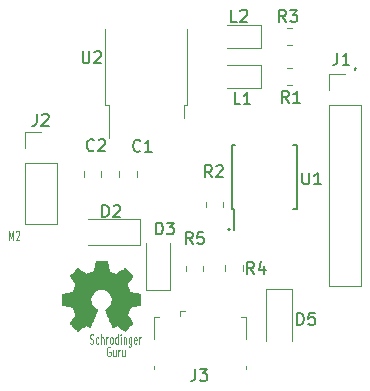
<source format=gbr>
%TF.GenerationSoftware,KiCad,Pcbnew,8.0.6*%
%TF.CreationDate,2024-12-07T20:30:00+01:00*%
%TF.ProjectId,circular PCB,63697263-756c-4617-9220-5043422e6b69,rev?*%
%TF.SameCoordinates,Original*%
%TF.FileFunction,Legend,Top*%
%TF.FilePolarity,Positive*%
%FSLAX46Y46*%
G04 Gerber Fmt 4.6, Leading zero omitted, Abs format (unit mm)*
G04 Created by KiCad (PCBNEW 8.0.6) date 2024-12-07 20:30:00*
%MOMM*%
%LPD*%
G01*
G04 APERTURE LIST*
%ADD10C,0.200000*%
%ADD11C,0.080000*%
%ADD12C,0.100000*%
%ADD13C,0.150000*%
%ADD14C,0.120000*%
%ADD15C,0.010000*%
G04 APERTURE END LIST*
D10*
X205063720Y-57888171D02*
X205135149Y-57959600D01*
X205135149Y-57959600D02*
X205063720Y-58031028D01*
X205063720Y-58031028D02*
X204992292Y-57959600D01*
X204992292Y-57959600D02*
X205063720Y-57888171D01*
X205063720Y-57888171D02*
X205063720Y-58031028D01*
D11*
X182597869Y-81184840D02*
X182669297Y-81222935D01*
X182669297Y-81222935D02*
X182788345Y-81222935D01*
X182788345Y-81222935D02*
X182835964Y-81184840D01*
X182835964Y-81184840D02*
X182859773Y-81146744D01*
X182859773Y-81146744D02*
X182883583Y-81070554D01*
X182883583Y-81070554D02*
X182883583Y-80994363D01*
X182883583Y-80994363D02*
X182859773Y-80918173D01*
X182859773Y-80918173D02*
X182835964Y-80880078D01*
X182835964Y-80880078D02*
X182788345Y-80841982D01*
X182788345Y-80841982D02*
X182693107Y-80803887D01*
X182693107Y-80803887D02*
X182645488Y-80765792D01*
X182645488Y-80765792D02*
X182621678Y-80727697D01*
X182621678Y-80727697D02*
X182597869Y-80651506D01*
X182597869Y-80651506D02*
X182597869Y-80575316D01*
X182597869Y-80575316D02*
X182621678Y-80499125D01*
X182621678Y-80499125D02*
X182645488Y-80461030D01*
X182645488Y-80461030D02*
X182693107Y-80422935D01*
X182693107Y-80422935D02*
X182812154Y-80422935D01*
X182812154Y-80422935D02*
X182883583Y-80461030D01*
X183312154Y-81184840D02*
X183264535Y-81222935D01*
X183264535Y-81222935D02*
X183169297Y-81222935D01*
X183169297Y-81222935D02*
X183121678Y-81184840D01*
X183121678Y-81184840D02*
X183097868Y-81146744D01*
X183097868Y-81146744D02*
X183074059Y-81070554D01*
X183074059Y-81070554D02*
X183074059Y-80841982D01*
X183074059Y-80841982D02*
X183097868Y-80765792D01*
X183097868Y-80765792D02*
X183121678Y-80727697D01*
X183121678Y-80727697D02*
X183169297Y-80689601D01*
X183169297Y-80689601D02*
X183264535Y-80689601D01*
X183264535Y-80689601D02*
X183312154Y-80727697D01*
X183526439Y-81222935D02*
X183526439Y-80422935D01*
X183740725Y-81222935D02*
X183740725Y-80803887D01*
X183740725Y-80803887D02*
X183716915Y-80727697D01*
X183716915Y-80727697D02*
X183669296Y-80689601D01*
X183669296Y-80689601D02*
X183597868Y-80689601D01*
X183597868Y-80689601D02*
X183550249Y-80727697D01*
X183550249Y-80727697D02*
X183526439Y-80765792D01*
X183978820Y-81222935D02*
X183978820Y-80689601D01*
X183978820Y-80841982D02*
X184002630Y-80765792D01*
X184002630Y-80765792D02*
X184026439Y-80727697D01*
X184026439Y-80727697D02*
X184074058Y-80689601D01*
X184074058Y-80689601D02*
X184121677Y-80689601D01*
X184359773Y-81222935D02*
X184312154Y-81184840D01*
X184312154Y-81184840D02*
X184288344Y-81146744D01*
X184288344Y-81146744D02*
X184264535Y-81070554D01*
X184264535Y-81070554D02*
X184264535Y-80841982D01*
X184264535Y-80841982D02*
X184288344Y-80765792D01*
X184288344Y-80765792D02*
X184312154Y-80727697D01*
X184312154Y-80727697D02*
X184359773Y-80689601D01*
X184359773Y-80689601D02*
X184431201Y-80689601D01*
X184431201Y-80689601D02*
X184478820Y-80727697D01*
X184478820Y-80727697D02*
X184502630Y-80765792D01*
X184502630Y-80765792D02*
X184526439Y-80841982D01*
X184526439Y-80841982D02*
X184526439Y-81070554D01*
X184526439Y-81070554D02*
X184502630Y-81146744D01*
X184502630Y-81146744D02*
X184478820Y-81184840D01*
X184478820Y-81184840D02*
X184431201Y-81222935D01*
X184431201Y-81222935D02*
X184359773Y-81222935D01*
X184955011Y-81222935D02*
X184955011Y-80422935D01*
X184955011Y-81184840D02*
X184907392Y-81222935D01*
X184907392Y-81222935D02*
X184812154Y-81222935D01*
X184812154Y-81222935D02*
X184764535Y-81184840D01*
X184764535Y-81184840D02*
X184740725Y-81146744D01*
X184740725Y-81146744D02*
X184716916Y-81070554D01*
X184716916Y-81070554D02*
X184716916Y-80841982D01*
X184716916Y-80841982D02*
X184740725Y-80765792D01*
X184740725Y-80765792D02*
X184764535Y-80727697D01*
X184764535Y-80727697D02*
X184812154Y-80689601D01*
X184812154Y-80689601D02*
X184907392Y-80689601D01*
X184907392Y-80689601D02*
X184955011Y-80727697D01*
X185193106Y-81222935D02*
X185193106Y-80689601D01*
X185193106Y-80422935D02*
X185169297Y-80461030D01*
X185169297Y-80461030D02*
X185193106Y-80499125D01*
X185193106Y-80499125D02*
X185216916Y-80461030D01*
X185216916Y-80461030D02*
X185193106Y-80422935D01*
X185193106Y-80422935D02*
X185193106Y-80499125D01*
X185431201Y-80689601D02*
X185431201Y-81222935D01*
X185431201Y-80765792D02*
X185455011Y-80727697D01*
X185455011Y-80727697D02*
X185502630Y-80689601D01*
X185502630Y-80689601D02*
X185574058Y-80689601D01*
X185574058Y-80689601D02*
X185621677Y-80727697D01*
X185621677Y-80727697D02*
X185645487Y-80803887D01*
X185645487Y-80803887D02*
X185645487Y-81222935D01*
X186097868Y-80689601D02*
X186097868Y-81337220D01*
X186097868Y-81337220D02*
X186074058Y-81413411D01*
X186074058Y-81413411D02*
X186050249Y-81451506D01*
X186050249Y-81451506D02*
X186002630Y-81489601D01*
X186002630Y-81489601D02*
X185931201Y-81489601D01*
X185931201Y-81489601D02*
X185883582Y-81451506D01*
X186097868Y-81184840D02*
X186050249Y-81222935D01*
X186050249Y-81222935D02*
X185955011Y-81222935D01*
X185955011Y-81222935D02*
X185907392Y-81184840D01*
X185907392Y-81184840D02*
X185883582Y-81146744D01*
X185883582Y-81146744D02*
X185859773Y-81070554D01*
X185859773Y-81070554D02*
X185859773Y-80841982D01*
X185859773Y-80841982D02*
X185883582Y-80765792D01*
X185883582Y-80765792D02*
X185907392Y-80727697D01*
X185907392Y-80727697D02*
X185955011Y-80689601D01*
X185955011Y-80689601D02*
X186050249Y-80689601D01*
X186050249Y-80689601D02*
X186097868Y-80727697D01*
X186526439Y-81184840D02*
X186478820Y-81222935D01*
X186478820Y-81222935D02*
X186383582Y-81222935D01*
X186383582Y-81222935D02*
X186335963Y-81184840D01*
X186335963Y-81184840D02*
X186312154Y-81108649D01*
X186312154Y-81108649D02*
X186312154Y-80803887D01*
X186312154Y-80803887D02*
X186335963Y-80727697D01*
X186335963Y-80727697D02*
X186383582Y-80689601D01*
X186383582Y-80689601D02*
X186478820Y-80689601D01*
X186478820Y-80689601D02*
X186526439Y-80727697D01*
X186526439Y-80727697D02*
X186550249Y-80803887D01*
X186550249Y-80803887D02*
X186550249Y-80880078D01*
X186550249Y-80880078D02*
X186312154Y-80956268D01*
X186764534Y-81222935D02*
X186764534Y-80689601D01*
X186764534Y-80841982D02*
X186788344Y-80765792D01*
X186788344Y-80765792D02*
X186812153Y-80727697D01*
X186812153Y-80727697D02*
X186859772Y-80689601D01*
X186859772Y-80689601D02*
X186907391Y-80689601D01*
D10*
X194363720Y-71488171D02*
X194435149Y-71559600D01*
X194435149Y-71559600D02*
X194363720Y-71631028D01*
X194363720Y-71631028D02*
X194292292Y-71559600D01*
X194292292Y-71559600D02*
X194363720Y-71488171D01*
X194363720Y-71488171D02*
X194363720Y-71631028D01*
D11*
X184308583Y-81511030D02*
X184260964Y-81472935D01*
X184260964Y-81472935D02*
X184189535Y-81472935D01*
X184189535Y-81472935D02*
X184118107Y-81511030D01*
X184118107Y-81511030D02*
X184070488Y-81587220D01*
X184070488Y-81587220D02*
X184046678Y-81663411D01*
X184046678Y-81663411D02*
X184022869Y-81815792D01*
X184022869Y-81815792D02*
X184022869Y-81930078D01*
X184022869Y-81930078D02*
X184046678Y-82082459D01*
X184046678Y-82082459D02*
X184070488Y-82158649D01*
X184070488Y-82158649D02*
X184118107Y-82234840D01*
X184118107Y-82234840D02*
X184189535Y-82272935D01*
X184189535Y-82272935D02*
X184237154Y-82272935D01*
X184237154Y-82272935D02*
X184308583Y-82234840D01*
X184308583Y-82234840D02*
X184332392Y-82196744D01*
X184332392Y-82196744D02*
X184332392Y-81930078D01*
X184332392Y-81930078D02*
X184237154Y-81930078D01*
X184760964Y-81739601D02*
X184760964Y-82272935D01*
X184546678Y-81739601D02*
X184546678Y-82158649D01*
X184546678Y-82158649D02*
X184570488Y-82234840D01*
X184570488Y-82234840D02*
X184618107Y-82272935D01*
X184618107Y-82272935D02*
X184689535Y-82272935D01*
X184689535Y-82272935D02*
X184737154Y-82234840D01*
X184737154Y-82234840D02*
X184760964Y-82196744D01*
X184999059Y-82272935D02*
X184999059Y-81739601D01*
X184999059Y-81891982D02*
X185022869Y-81815792D01*
X185022869Y-81815792D02*
X185046678Y-81777697D01*
X185046678Y-81777697D02*
X185094297Y-81739601D01*
X185094297Y-81739601D02*
X185141916Y-81739601D01*
X185522869Y-81739601D02*
X185522869Y-82272935D01*
X185308583Y-81739601D02*
X185308583Y-82158649D01*
X185308583Y-82158649D02*
X185332393Y-82234840D01*
X185332393Y-82234840D02*
X185380012Y-82272935D01*
X185380012Y-82272935D02*
X185451440Y-82272935D01*
X185451440Y-82272935D02*
X185499059Y-82234840D01*
X185499059Y-82234840D02*
X185522869Y-82196744D01*
D12*
X175770238Y-72489895D02*
X175770238Y-71689895D01*
X175770238Y-71689895D02*
X175936905Y-72261323D01*
X175936905Y-72261323D02*
X176103571Y-71689895D01*
X176103571Y-71689895D02*
X176103571Y-72489895D01*
X176317858Y-71766085D02*
X176341667Y-71727990D01*
X176341667Y-71727990D02*
X176389286Y-71689895D01*
X176389286Y-71689895D02*
X176508334Y-71689895D01*
X176508334Y-71689895D02*
X176555953Y-71727990D01*
X176555953Y-71727990D02*
X176579762Y-71766085D01*
X176579762Y-71766085D02*
X176603572Y-71842276D01*
X176603572Y-71842276D02*
X176603572Y-71918466D01*
X176603572Y-71918466D02*
X176579762Y-72032752D01*
X176579762Y-72032752D02*
X176294048Y-72489895D01*
X176294048Y-72489895D02*
X176603572Y-72489895D01*
D13*
X186858333Y-64884580D02*
X186810714Y-64932200D01*
X186810714Y-64932200D02*
X186667857Y-64979819D01*
X186667857Y-64979819D02*
X186572619Y-64979819D01*
X186572619Y-64979819D02*
X186429762Y-64932200D01*
X186429762Y-64932200D02*
X186334524Y-64836961D01*
X186334524Y-64836961D02*
X186286905Y-64741723D01*
X186286905Y-64741723D02*
X186239286Y-64551247D01*
X186239286Y-64551247D02*
X186239286Y-64408390D01*
X186239286Y-64408390D02*
X186286905Y-64217914D01*
X186286905Y-64217914D02*
X186334524Y-64122676D01*
X186334524Y-64122676D02*
X186429762Y-64027438D01*
X186429762Y-64027438D02*
X186572619Y-63979819D01*
X186572619Y-63979819D02*
X186667857Y-63979819D01*
X186667857Y-63979819D02*
X186810714Y-64027438D01*
X186810714Y-64027438D02*
X186858333Y-64075057D01*
X187810714Y-64979819D02*
X187239286Y-64979819D01*
X187525000Y-64979819D02*
X187525000Y-63979819D01*
X187525000Y-63979819D02*
X187429762Y-64122676D01*
X187429762Y-64122676D02*
X187334524Y-64217914D01*
X187334524Y-64217914D02*
X187239286Y-64265533D01*
X192903333Y-67134819D02*
X192570000Y-66658628D01*
X192331905Y-67134819D02*
X192331905Y-66134819D01*
X192331905Y-66134819D02*
X192712857Y-66134819D01*
X192712857Y-66134819D02*
X192808095Y-66182438D01*
X192808095Y-66182438D02*
X192855714Y-66230057D01*
X192855714Y-66230057D02*
X192903333Y-66325295D01*
X192903333Y-66325295D02*
X192903333Y-66468152D01*
X192903333Y-66468152D02*
X192855714Y-66563390D01*
X192855714Y-66563390D02*
X192808095Y-66611009D01*
X192808095Y-66611009D02*
X192712857Y-66658628D01*
X192712857Y-66658628D02*
X192331905Y-66658628D01*
X193284286Y-66230057D02*
X193331905Y-66182438D01*
X193331905Y-66182438D02*
X193427143Y-66134819D01*
X193427143Y-66134819D02*
X193665238Y-66134819D01*
X193665238Y-66134819D02*
X193760476Y-66182438D01*
X193760476Y-66182438D02*
X193808095Y-66230057D01*
X193808095Y-66230057D02*
X193855714Y-66325295D01*
X193855714Y-66325295D02*
X193855714Y-66420533D01*
X193855714Y-66420533D02*
X193808095Y-66563390D01*
X193808095Y-66563390D02*
X193236667Y-67134819D01*
X193236667Y-67134819D02*
X193855714Y-67134819D01*
X182933333Y-64834580D02*
X182885714Y-64882200D01*
X182885714Y-64882200D02*
X182742857Y-64929819D01*
X182742857Y-64929819D02*
X182647619Y-64929819D01*
X182647619Y-64929819D02*
X182504762Y-64882200D01*
X182504762Y-64882200D02*
X182409524Y-64786961D01*
X182409524Y-64786961D02*
X182361905Y-64691723D01*
X182361905Y-64691723D02*
X182314286Y-64501247D01*
X182314286Y-64501247D02*
X182314286Y-64358390D01*
X182314286Y-64358390D02*
X182361905Y-64167914D01*
X182361905Y-64167914D02*
X182409524Y-64072676D01*
X182409524Y-64072676D02*
X182504762Y-63977438D01*
X182504762Y-63977438D02*
X182647619Y-63929819D01*
X182647619Y-63929819D02*
X182742857Y-63929819D01*
X182742857Y-63929819D02*
X182885714Y-63977438D01*
X182885714Y-63977438D02*
X182933333Y-64025057D01*
X183314286Y-64025057D02*
X183361905Y-63977438D01*
X183361905Y-63977438D02*
X183457143Y-63929819D01*
X183457143Y-63929819D02*
X183695238Y-63929819D01*
X183695238Y-63929819D02*
X183790476Y-63977438D01*
X183790476Y-63977438D02*
X183838095Y-64025057D01*
X183838095Y-64025057D02*
X183885714Y-64120295D01*
X183885714Y-64120295D02*
X183885714Y-64215533D01*
X183885714Y-64215533D02*
X183838095Y-64358390D01*
X183838095Y-64358390D02*
X183266667Y-64929819D01*
X183266667Y-64929819D02*
X183885714Y-64929819D01*
X196483333Y-75314819D02*
X196150000Y-74838628D01*
X195911905Y-75314819D02*
X195911905Y-74314819D01*
X195911905Y-74314819D02*
X196292857Y-74314819D01*
X196292857Y-74314819D02*
X196388095Y-74362438D01*
X196388095Y-74362438D02*
X196435714Y-74410057D01*
X196435714Y-74410057D02*
X196483333Y-74505295D01*
X196483333Y-74505295D02*
X196483333Y-74648152D01*
X196483333Y-74648152D02*
X196435714Y-74743390D01*
X196435714Y-74743390D02*
X196388095Y-74791009D01*
X196388095Y-74791009D02*
X196292857Y-74838628D01*
X196292857Y-74838628D02*
X195911905Y-74838628D01*
X197340476Y-74648152D02*
X197340476Y-75314819D01*
X197102381Y-74267200D02*
X196864286Y-74981485D01*
X196864286Y-74981485D02*
X197483333Y-74981485D01*
X199193333Y-53994819D02*
X198860000Y-53518628D01*
X198621905Y-53994819D02*
X198621905Y-52994819D01*
X198621905Y-52994819D02*
X199002857Y-52994819D01*
X199002857Y-52994819D02*
X199098095Y-53042438D01*
X199098095Y-53042438D02*
X199145714Y-53090057D01*
X199145714Y-53090057D02*
X199193333Y-53185295D01*
X199193333Y-53185295D02*
X199193333Y-53328152D01*
X199193333Y-53328152D02*
X199145714Y-53423390D01*
X199145714Y-53423390D02*
X199098095Y-53471009D01*
X199098095Y-53471009D02*
X199002857Y-53518628D01*
X199002857Y-53518628D02*
X198621905Y-53518628D01*
X199526667Y-52994819D02*
X200145714Y-52994819D01*
X200145714Y-52994819D02*
X199812381Y-53375771D01*
X199812381Y-53375771D02*
X199955238Y-53375771D01*
X199955238Y-53375771D02*
X200050476Y-53423390D01*
X200050476Y-53423390D02*
X200098095Y-53471009D01*
X200098095Y-53471009D02*
X200145714Y-53566247D01*
X200145714Y-53566247D02*
X200145714Y-53804342D01*
X200145714Y-53804342D02*
X200098095Y-53899580D01*
X200098095Y-53899580D02*
X200050476Y-53947200D01*
X200050476Y-53947200D02*
X199955238Y-53994819D01*
X199955238Y-53994819D02*
X199669524Y-53994819D01*
X199669524Y-53994819D02*
X199574286Y-53947200D01*
X199574286Y-53947200D02*
X199526667Y-53899580D01*
X183636905Y-70504819D02*
X183636905Y-69504819D01*
X183636905Y-69504819D02*
X183875000Y-69504819D01*
X183875000Y-69504819D02*
X184017857Y-69552438D01*
X184017857Y-69552438D02*
X184113095Y-69647676D01*
X184113095Y-69647676D02*
X184160714Y-69742914D01*
X184160714Y-69742914D02*
X184208333Y-69933390D01*
X184208333Y-69933390D02*
X184208333Y-70076247D01*
X184208333Y-70076247D02*
X184160714Y-70266723D01*
X184160714Y-70266723D02*
X184113095Y-70361961D01*
X184113095Y-70361961D02*
X184017857Y-70457200D01*
X184017857Y-70457200D02*
X183875000Y-70504819D01*
X183875000Y-70504819D02*
X183636905Y-70504819D01*
X184589286Y-69600057D02*
X184636905Y-69552438D01*
X184636905Y-69552438D02*
X184732143Y-69504819D01*
X184732143Y-69504819D02*
X184970238Y-69504819D01*
X184970238Y-69504819D02*
X185065476Y-69552438D01*
X185065476Y-69552438D02*
X185113095Y-69600057D01*
X185113095Y-69600057D02*
X185160714Y-69695295D01*
X185160714Y-69695295D02*
X185160714Y-69790533D01*
X185160714Y-69790533D02*
X185113095Y-69933390D01*
X185113095Y-69933390D02*
X184541667Y-70504819D01*
X184541667Y-70504819D02*
X185160714Y-70504819D01*
X195323333Y-60934819D02*
X194847143Y-60934819D01*
X194847143Y-60934819D02*
X194847143Y-59934819D01*
X196180476Y-60934819D02*
X195609048Y-60934819D01*
X195894762Y-60934819D02*
X195894762Y-59934819D01*
X195894762Y-59934819D02*
X195799524Y-60077676D01*
X195799524Y-60077676D02*
X195704286Y-60172914D01*
X195704286Y-60172914D02*
X195609048Y-60220533D01*
X200578095Y-66754819D02*
X200578095Y-67564342D01*
X200578095Y-67564342D02*
X200625714Y-67659580D01*
X200625714Y-67659580D02*
X200673333Y-67707200D01*
X200673333Y-67707200D02*
X200768571Y-67754819D01*
X200768571Y-67754819D02*
X200959047Y-67754819D01*
X200959047Y-67754819D02*
X201054285Y-67707200D01*
X201054285Y-67707200D02*
X201101904Y-67659580D01*
X201101904Y-67659580D02*
X201149523Y-67564342D01*
X201149523Y-67564342D02*
X201149523Y-66754819D01*
X202149523Y-67754819D02*
X201578095Y-67754819D01*
X201863809Y-67754819D02*
X201863809Y-66754819D01*
X201863809Y-66754819D02*
X201768571Y-66897676D01*
X201768571Y-66897676D02*
X201673333Y-66992914D01*
X201673333Y-66992914D02*
X201578095Y-67040533D01*
X178096666Y-61774819D02*
X178096666Y-62489104D01*
X178096666Y-62489104D02*
X178049047Y-62631961D01*
X178049047Y-62631961D02*
X177953809Y-62727200D01*
X177953809Y-62727200D02*
X177810952Y-62774819D01*
X177810952Y-62774819D02*
X177715714Y-62774819D01*
X178525238Y-61870057D02*
X178572857Y-61822438D01*
X178572857Y-61822438D02*
X178668095Y-61774819D01*
X178668095Y-61774819D02*
X178906190Y-61774819D01*
X178906190Y-61774819D02*
X179001428Y-61822438D01*
X179001428Y-61822438D02*
X179049047Y-61870057D01*
X179049047Y-61870057D02*
X179096666Y-61965295D01*
X179096666Y-61965295D02*
X179096666Y-62060533D01*
X179096666Y-62060533D02*
X179049047Y-62203390D01*
X179049047Y-62203390D02*
X178477619Y-62774819D01*
X178477619Y-62774819D02*
X179096666Y-62774819D01*
X199433333Y-60824819D02*
X199100000Y-60348628D01*
X198861905Y-60824819D02*
X198861905Y-59824819D01*
X198861905Y-59824819D02*
X199242857Y-59824819D01*
X199242857Y-59824819D02*
X199338095Y-59872438D01*
X199338095Y-59872438D02*
X199385714Y-59920057D01*
X199385714Y-59920057D02*
X199433333Y-60015295D01*
X199433333Y-60015295D02*
X199433333Y-60158152D01*
X199433333Y-60158152D02*
X199385714Y-60253390D01*
X199385714Y-60253390D02*
X199338095Y-60301009D01*
X199338095Y-60301009D02*
X199242857Y-60348628D01*
X199242857Y-60348628D02*
X198861905Y-60348628D01*
X200385714Y-60824819D02*
X199814286Y-60824819D01*
X200100000Y-60824819D02*
X200100000Y-59824819D01*
X200100000Y-59824819D02*
X200004762Y-59967676D01*
X200004762Y-59967676D02*
X199909524Y-60062914D01*
X199909524Y-60062914D02*
X199814286Y-60110533D01*
X200131905Y-79634819D02*
X200131905Y-78634819D01*
X200131905Y-78634819D02*
X200370000Y-78634819D01*
X200370000Y-78634819D02*
X200512857Y-78682438D01*
X200512857Y-78682438D02*
X200608095Y-78777676D01*
X200608095Y-78777676D02*
X200655714Y-78872914D01*
X200655714Y-78872914D02*
X200703333Y-79063390D01*
X200703333Y-79063390D02*
X200703333Y-79206247D01*
X200703333Y-79206247D02*
X200655714Y-79396723D01*
X200655714Y-79396723D02*
X200608095Y-79491961D01*
X200608095Y-79491961D02*
X200512857Y-79587200D01*
X200512857Y-79587200D02*
X200370000Y-79634819D01*
X200370000Y-79634819D02*
X200131905Y-79634819D01*
X201608095Y-78634819D02*
X201131905Y-78634819D01*
X201131905Y-78634819D02*
X201084286Y-79111009D01*
X201084286Y-79111009D02*
X201131905Y-79063390D01*
X201131905Y-79063390D02*
X201227143Y-79015771D01*
X201227143Y-79015771D02*
X201465238Y-79015771D01*
X201465238Y-79015771D02*
X201560476Y-79063390D01*
X201560476Y-79063390D02*
X201608095Y-79111009D01*
X201608095Y-79111009D02*
X201655714Y-79206247D01*
X201655714Y-79206247D02*
X201655714Y-79444342D01*
X201655714Y-79444342D02*
X201608095Y-79539580D01*
X201608095Y-79539580D02*
X201560476Y-79587200D01*
X201560476Y-79587200D02*
X201465238Y-79634819D01*
X201465238Y-79634819D02*
X201227143Y-79634819D01*
X201227143Y-79634819D02*
X201131905Y-79587200D01*
X201131905Y-79587200D02*
X201084286Y-79539580D01*
X191506666Y-83374819D02*
X191506666Y-84089104D01*
X191506666Y-84089104D02*
X191459047Y-84231961D01*
X191459047Y-84231961D02*
X191363809Y-84327200D01*
X191363809Y-84327200D02*
X191220952Y-84374819D01*
X191220952Y-84374819D02*
X191125714Y-84374819D01*
X191887619Y-83374819D02*
X192506666Y-83374819D01*
X192506666Y-83374819D02*
X192173333Y-83755771D01*
X192173333Y-83755771D02*
X192316190Y-83755771D01*
X192316190Y-83755771D02*
X192411428Y-83803390D01*
X192411428Y-83803390D02*
X192459047Y-83851009D01*
X192459047Y-83851009D02*
X192506666Y-83946247D01*
X192506666Y-83946247D02*
X192506666Y-84184342D01*
X192506666Y-84184342D02*
X192459047Y-84279580D01*
X192459047Y-84279580D02*
X192411428Y-84327200D01*
X192411428Y-84327200D02*
X192316190Y-84374819D01*
X192316190Y-84374819D02*
X192030476Y-84374819D01*
X192030476Y-84374819D02*
X191935238Y-84327200D01*
X191935238Y-84327200D02*
X191887619Y-84279580D01*
X191283333Y-72784819D02*
X190950000Y-72308628D01*
X190711905Y-72784819D02*
X190711905Y-71784819D01*
X190711905Y-71784819D02*
X191092857Y-71784819D01*
X191092857Y-71784819D02*
X191188095Y-71832438D01*
X191188095Y-71832438D02*
X191235714Y-71880057D01*
X191235714Y-71880057D02*
X191283333Y-71975295D01*
X191283333Y-71975295D02*
X191283333Y-72118152D01*
X191283333Y-72118152D02*
X191235714Y-72213390D01*
X191235714Y-72213390D02*
X191188095Y-72261009D01*
X191188095Y-72261009D02*
X191092857Y-72308628D01*
X191092857Y-72308628D02*
X190711905Y-72308628D01*
X192188095Y-71784819D02*
X191711905Y-71784819D01*
X191711905Y-71784819D02*
X191664286Y-72261009D01*
X191664286Y-72261009D02*
X191711905Y-72213390D01*
X191711905Y-72213390D02*
X191807143Y-72165771D01*
X191807143Y-72165771D02*
X192045238Y-72165771D01*
X192045238Y-72165771D02*
X192140476Y-72213390D01*
X192140476Y-72213390D02*
X192188095Y-72261009D01*
X192188095Y-72261009D02*
X192235714Y-72356247D01*
X192235714Y-72356247D02*
X192235714Y-72594342D01*
X192235714Y-72594342D02*
X192188095Y-72689580D01*
X192188095Y-72689580D02*
X192140476Y-72737200D01*
X192140476Y-72737200D02*
X192045238Y-72784819D01*
X192045238Y-72784819D02*
X191807143Y-72784819D01*
X191807143Y-72784819D02*
X191711905Y-72737200D01*
X191711905Y-72737200D02*
X191664286Y-72689580D01*
X195043333Y-53974819D02*
X194567143Y-53974819D01*
X194567143Y-53974819D02*
X194567143Y-52974819D01*
X195329048Y-53070057D02*
X195376667Y-53022438D01*
X195376667Y-53022438D02*
X195471905Y-52974819D01*
X195471905Y-52974819D02*
X195710000Y-52974819D01*
X195710000Y-52974819D02*
X195805238Y-53022438D01*
X195805238Y-53022438D02*
X195852857Y-53070057D01*
X195852857Y-53070057D02*
X195900476Y-53165295D01*
X195900476Y-53165295D02*
X195900476Y-53260533D01*
X195900476Y-53260533D02*
X195852857Y-53403390D01*
X195852857Y-53403390D02*
X195281429Y-53974819D01*
X195281429Y-53974819D02*
X195900476Y-53974819D01*
X181968095Y-56474819D02*
X181968095Y-57284342D01*
X181968095Y-57284342D02*
X182015714Y-57379580D01*
X182015714Y-57379580D02*
X182063333Y-57427200D01*
X182063333Y-57427200D02*
X182158571Y-57474819D01*
X182158571Y-57474819D02*
X182349047Y-57474819D01*
X182349047Y-57474819D02*
X182444285Y-57427200D01*
X182444285Y-57427200D02*
X182491904Y-57379580D01*
X182491904Y-57379580D02*
X182539523Y-57284342D01*
X182539523Y-57284342D02*
X182539523Y-56474819D01*
X182968095Y-56570057D02*
X183015714Y-56522438D01*
X183015714Y-56522438D02*
X183110952Y-56474819D01*
X183110952Y-56474819D02*
X183349047Y-56474819D01*
X183349047Y-56474819D02*
X183444285Y-56522438D01*
X183444285Y-56522438D02*
X183491904Y-56570057D01*
X183491904Y-56570057D02*
X183539523Y-56665295D01*
X183539523Y-56665295D02*
X183539523Y-56760533D01*
X183539523Y-56760533D02*
X183491904Y-56903390D01*
X183491904Y-56903390D02*
X182920476Y-57474819D01*
X182920476Y-57474819D02*
X183539523Y-57474819D01*
X203546666Y-56624819D02*
X203546666Y-57339104D01*
X203546666Y-57339104D02*
X203499047Y-57481961D01*
X203499047Y-57481961D02*
X203403809Y-57577200D01*
X203403809Y-57577200D02*
X203260952Y-57624819D01*
X203260952Y-57624819D02*
X203165714Y-57624819D01*
X204546666Y-57624819D02*
X203975238Y-57624819D01*
X204260952Y-57624819D02*
X204260952Y-56624819D01*
X204260952Y-56624819D02*
X204165714Y-56767676D01*
X204165714Y-56767676D02*
X204070476Y-56862914D01*
X204070476Y-56862914D02*
X203975238Y-56910533D01*
X188186905Y-71979819D02*
X188186905Y-70979819D01*
X188186905Y-70979819D02*
X188425000Y-70979819D01*
X188425000Y-70979819D02*
X188567857Y-71027438D01*
X188567857Y-71027438D02*
X188663095Y-71122676D01*
X188663095Y-71122676D02*
X188710714Y-71217914D01*
X188710714Y-71217914D02*
X188758333Y-71408390D01*
X188758333Y-71408390D02*
X188758333Y-71551247D01*
X188758333Y-71551247D02*
X188710714Y-71741723D01*
X188710714Y-71741723D02*
X188663095Y-71836961D01*
X188663095Y-71836961D02*
X188567857Y-71932200D01*
X188567857Y-71932200D02*
X188425000Y-71979819D01*
X188425000Y-71979819D02*
X188186905Y-71979819D01*
X189091667Y-70979819D02*
X189710714Y-70979819D01*
X189710714Y-70979819D02*
X189377381Y-71360771D01*
X189377381Y-71360771D02*
X189520238Y-71360771D01*
X189520238Y-71360771D02*
X189615476Y-71408390D01*
X189615476Y-71408390D02*
X189663095Y-71456009D01*
X189663095Y-71456009D02*
X189710714Y-71551247D01*
X189710714Y-71551247D02*
X189710714Y-71789342D01*
X189710714Y-71789342D02*
X189663095Y-71884580D01*
X189663095Y-71884580D02*
X189615476Y-71932200D01*
X189615476Y-71932200D02*
X189520238Y-71979819D01*
X189520238Y-71979819D02*
X189234524Y-71979819D01*
X189234524Y-71979819D02*
X189139286Y-71932200D01*
X189139286Y-71932200D02*
X189091667Y-71884580D01*
D14*
%TO.C,C1*%
X186545000Y-66596248D02*
X186545000Y-67118752D01*
X185075000Y-66596248D02*
X185075000Y-67118752D01*
%TO.C,R2*%
X193895000Y-69677064D02*
X193895000Y-69222936D01*
X192425000Y-69677064D02*
X192425000Y-69222936D01*
%TO.C,C2*%
X183535000Y-66596248D02*
X183535000Y-67118752D01*
X182065000Y-66596248D02*
X182065000Y-67118752D01*
%TO.C,R4*%
X195515000Y-75067064D02*
X195515000Y-74612936D01*
X194045000Y-75067064D02*
X194045000Y-74612936D01*
%TO.C,R3*%
X199242936Y-55945000D02*
X199697064Y-55945000D01*
X199242936Y-54475000D02*
X199697064Y-54475000D01*
%TO.C,D2*%
X186827500Y-72920000D02*
X186827500Y-70700000D01*
X186827500Y-70700000D02*
X182417500Y-70700000D01*
X182417500Y-72920000D02*
X186827500Y-72920000D01*
%TO.C,L1*%
X194205000Y-59560000D02*
X197065000Y-59560000D01*
X197065000Y-57640000D02*
X194205000Y-57640000D01*
X197065000Y-59560000D02*
X197065000Y-57640000D01*
D13*
%TO.C,U1*%
X200095000Y-69870000D02*
X200095000Y-64370000D01*
X200095000Y-69870000D02*
X199795000Y-69870000D01*
X200095000Y-64370000D02*
X199795000Y-64370000D01*
X194790000Y-69870000D02*
X194790000Y-71620000D01*
X194585000Y-69870000D02*
X194790000Y-69870000D01*
X194585000Y-69870000D02*
X194585000Y-64370000D01*
X194585000Y-64370000D02*
X194885000Y-64370000D01*
D14*
%TO.C,J2*%
X179760000Y-65920000D02*
X179760000Y-71060000D01*
X177100000Y-71060000D02*
X179760000Y-71060000D01*
X177100000Y-65920000D02*
X179760000Y-65920000D01*
X177100000Y-65920000D02*
X177100000Y-71060000D01*
X177100000Y-64650000D02*
X177100000Y-63320000D01*
X177100000Y-63320000D02*
X178430000Y-63320000D01*
%TO.C,R1*%
X199252936Y-59345000D02*
X199707064Y-59345000D01*
X199252936Y-57875000D02*
X199707064Y-57875000D01*
%TO.C,D5*%
X199730000Y-80990000D02*
X199730000Y-76580000D01*
X199730000Y-76580000D02*
X197510000Y-76580000D01*
X197510000Y-76580000D02*
X197510000Y-80990000D01*
%TO.C,J3*%
X195790000Y-83407500D02*
X195790000Y-83157500D01*
X195790000Y-80857500D02*
X195790000Y-79007500D01*
X195790000Y-79007500D02*
X195340000Y-79007500D01*
X190190000Y-78457500D02*
X190640000Y-78457500D01*
X190190000Y-78457500D02*
X190190000Y-78907500D01*
X187990000Y-83407500D02*
X187990000Y-83157500D01*
X187990000Y-80857500D02*
X187990000Y-79007500D01*
X187990000Y-79007500D02*
X188440000Y-79007500D01*
%TO.C,R5*%
X192175000Y-75117064D02*
X192175000Y-74662936D01*
X190705000Y-75117064D02*
X190705000Y-74662936D01*
%TO.C,L2*%
X194195000Y-56170000D02*
X197055000Y-56170000D01*
X197055000Y-54250000D02*
X194195000Y-54250000D01*
X197055000Y-56170000D02*
X197055000Y-54250000D01*
%TO.C,U2*%
X190805000Y-61025000D02*
X190535000Y-61025000D01*
X190805000Y-54605000D02*
X190805000Y-61025000D01*
X190535000Y-61025000D02*
X190535000Y-62125000D01*
X184175000Y-61025000D02*
X184175000Y-63855000D01*
X183905000Y-61025000D02*
X184175000Y-61025000D01*
X183905000Y-54605000D02*
X183905000Y-61025000D01*
%TO.C,J1*%
X205500000Y-61020000D02*
X205500000Y-76320000D01*
X202840000Y-76320000D02*
X205500000Y-76320000D01*
X202840000Y-61020000D02*
X205500000Y-61020000D01*
X202840000Y-61020000D02*
X202840000Y-76320000D01*
X202840000Y-59750000D02*
X202840000Y-58420000D01*
X202840000Y-58420000D02*
X204170000Y-58420000D01*
%TO.C,D3*%
X189350000Y-76720000D02*
X189350000Y-72710000D01*
X187350000Y-76720000D02*
X189350000Y-76720000D01*
X187350000Y-76720000D02*
X187350000Y-72710000D01*
D15*
%TO.C,REF\u002A\u002A*%
X184080814Y-74643931D02*
X184164635Y-75088555D01*
X184473920Y-75216053D01*
X184783206Y-75343551D01*
X185154246Y-75091246D01*
X185258157Y-75020996D01*
X185352087Y-74958272D01*
X185431652Y-74905938D01*
X185492470Y-74866857D01*
X185530157Y-74843893D01*
X185540421Y-74838942D01*
X185558910Y-74851676D01*
X185598420Y-74886882D01*
X185654522Y-74940062D01*
X185722787Y-75006718D01*
X185798786Y-75082354D01*
X185878092Y-75162472D01*
X185956275Y-75242574D01*
X186028907Y-75318164D01*
X186091559Y-75384745D01*
X186139803Y-75437818D01*
X186169210Y-75472887D01*
X186176241Y-75484623D01*
X186166123Y-75506260D01*
X186137759Y-75553662D01*
X186094129Y-75622193D01*
X186038218Y-75707215D01*
X185973006Y-75804093D01*
X185935219Y-75859350D01*
X185866343Y-75960248D01*
X185805140Y-76051299D01*
X185754578Y-76127970D01*
X185717628Y-76185728D01*
X185697258Y-76220043D01*
X185694197Y-76227254D01*
X185701136Y-76247748D01*
X185720051Y-76295513D01*
X185748087Y-76363832D01*
X185782391Y-76445989D01*
X185820109Y-76535270D01*
X185858387Y-76624958D01*
X185894370Y-76708338D01*
X185925206Y-76778694D01*
X185948039Y-76829310D01*
X185960017Y-76853471D01*
X185960724Y-76854422D01*
X185979531Y-76859036D01*
X186029618Y-76869328D01*
X186105793Y-76884287D01*
X186202865Y-76902901D01*
X186315643Y-76924159D01*
X186381442Y-76936418D01*
X186501950Y-76959362D01*
X186610797Y-76981195D01*
X186702476Y-77000722D01*
X186771481Y-77016748D01*
X186812304Y-77028079D01*
X186820511Y-77031674D01*
X186828548Y-77056006D01*
X186835033Y-77110959D01*
X186839970Y-77190108D01*
X186843364Y-77287026D01*
X186845218Y-77395287D01*
X186845538Y-77508465D01*
X186844327Y-77620135D01*
X186841590Y-77723868D01*
X186837331Y-77813241D01*
X186831555Y-77881826D01*
X186824267Y-77923197D01*
X186819895Y-77931810D01*
X186793764Y-77942133D01*
X186738393Y-77956892D01*
X186661107Y-77974352D01*
X186569230Y-77992780D01*
X186537158Y-77998741D01*
X186382524Y-78027066D01*
X186260375Y-78049876D01*
X186166673Y-78068080D01*
X186097384Y-78082583D01*
X186048471Y-78094292D01*
X186015897Y-78104115D01*
X185995628Y-78112956D01*
X185983626Y-78121724D01*
X185981947Y-78123457D01*
X185965184Y-78151371D01*
X185939614Y-78205695D01*
X185907788Y-78279777D01*
X185872260Y-78366965D01*
X185835583Y-78460608D01*
X185800311Y-78554052D01*
X185768996Y-78640647D01*
X185744193Y-78713740D01*
X185728454Y-78766678D01*
X185724332Y-78792811D01*
X185724676Y-78793726D01*
X185738641Y-78815086D01*
X185770322Y-78862084D01*
X185816391Y-78929827D01*
X185873518Y-79013423D01*
X185938373Y-79107982D01*
X185956843Y-79134854D01*
X186022699Y-79232275D01*
X186080650Y-79321163D01*
X186127538Y-79396412D01*
X186160207Y-79452920D01*
X186175500Y-79485581D01*
X186176241Y-79489593D01*
X186163392Y-79510684D01*
X186127888Y-79552464D01*
X186074293Y-79610445D01*
X186007171Y-79680135D01*
X185931087Y-79757045D01*
X185850604Y-79836683D01*
X185770287Y-79914561D01*
X185694699Y-79986186D01*
X185628405Y-80047070D01*
X185575969Y-80092721D01*
X185541955Y-80118650D01*
X185532545Y-80122883D01*
X185510643Y-80112912D01*
X185465800Y-80086020D01*
X185405321Y-80046736D01*
X185358789Y-80015117D01*
X185274475Y-79957098D01*
X185174626Y-79888784D01*
X185074473Y-79820579D01*
X185020627Y-79784075D01*
X184838371Y-79660800D01*
X184685381Y-79743520D01*
X184615682Y-79779759D01*
X184556414Y-79807926D01*
X184516311Y-79823991D01*
X184506103Y-79826226D01*
X184493829Y-79809722D01*
X184469613Y-79763082D01*
X184435263Y-79690609D01*
X184392588Y-79596606D01*
X184343394Y-79485374D01*
X184289490Y-79361215D01*
X184232684Y-79228432D01*
X184174782Y-79091327D01*
X184117593Y-78954202D01*
X184062924Y-78821358D01*
X184012584Y-78697098D01*
X183968380Y-78585725D01*
X183932119Y-78491539D01*
X183905609Y-78418844D01*
X183890658Y-78371941D01*
X183888254Y-78355833D01*
X183907311Y-78335286D01*
X183949036Y-78301933D01*
X184004706Y-78262702D01*
X184009378Y-78259599D01*
X184153264Y-78144423D01*
X184269283Y-78010053D01*
X184356430Y-77860784D01*
X184413699Y-77700913D01*
X184440086Y-77534737D01*
X184434585Y-77366552D01*
X184396190Y-77200655D01*
X184323895Y-77041342D01*
X184302626Y-77006487D01*
X184191996Y-76865737D01*
X184061302Y-76752714D01*
X183915064Y-76668003D01*
X183757808Y-76612194D01*
X183594057Y-76585874D01*
X183428333Y-76589630D01*
X183265162Y-76624050D01*
X183109065Y-76689723D01*
X182964567Y-76787235D01*
X182919869Y-76826813D01*
X182806112Y-76950703D01*
X182723218Y-77081124D01*
X182666356Y-77227315D01*
X182634687Y-77372088D01*
X182626869Y-77534860D01*
X182652938Y-77698440D01*
X182710245Y-77857298D01*
X182796144Y-78005906D01*
X182907986Y-78138735D01*
X183043123Y-78250256D01*
X183060883Y-78262011D01*
X183117150Y-78300508D01*
X183159923Y-78333863D01*
X183180372Y-78355160D01*
X183180669Y-78355833D01*
X183176279Y-78378871D01*
X183158876Y-78431157D01*
X183130268Y-78508390D01*
X183092265Y-78606268D01*
X183046674Y-78720491D01*
X182995303Y-78846758D01*
X182939962Y-78980767D01*
X182882458Y-79118218D01*
X182824601Y-79254808D01*
X182768198Y-79386237D01*
X182715058Y-79508205D01*
X182666990Y-79616409D01*
X182625801Y-79706549D01*
X182593301Y-79774323D01*
X182571297Y-79815430D01*
X182562436Y-79826226D01*
X182535360Y-79817819D01*
X182484697Y-79795272D01*
X182419183Y-79762613D01*
X182383159Y-79743520D01*
X182230168Y-79660800D01*
X182047912Y-79784075D01*
X181954875Y-79847228D01*
X181853015Y-79916727D01*
X181757562Y-79982165D01*
X181709750Y-80015117D01*
X181642505Y-80060273D01*
X181585564Y-80096057D01*
X181546354Y-80117938D01*
X181533619Y-80122563D01*
X181515083Y-80110085D01*
X181474059Y-80075252D01*
X181414525Y-80021678D01*
X181340458Y-79952983D01*
X181255835Y-79872781D01*
X181202315Y-79821286D01*
X181108681Y-79729286D01*
X181027759Y-79646999D01*
X180962823Y-79577945D01*
X180917142Y-79525644D01*
X180893989Y-79493616D01*
X180891768Y-79487116D01*
X180902076Y-79462394D01*
X180930561Y-79412405D01*
X180974063Y-79342212D01*
X181029423Y-79256875D01*
X181093480Y-79161456D01*
X181111697Y-79134854D01*
X181178073Y-79038167D01*
X181237622Y-78951117D01*
X181287016Y-78878595D01*
X181322925Y-78825493D01*
X181342019Y-78796703D01*
X181343864Y-78793726D01*
X181341105Y-78770782D01*
X181326462Y-78720336D01*
X181302487Y-78649041D01*
X181271734Y-78563547D01*
X181236756Y-78470507D01*
X181200107Y-78376574D01*
X181164339Y-78288399D01*
X181132006Y-78212634D01*
X181105662Y-78155931D01*
X181087858Y-78124943D01*
X181086593Y-78123457D01*
X181075706Y-78114601D01*
X181057318Y-78105843D01*
X181027394Y-78096277D01*
X180981897Y-78084996D01*
X180916791Y-78071093D01*
X180828039Y-78053663D01*
X180711607Y-78031798D01*
X180563458Y-78004591D01*
X180531382Y-77998741D01*
X180436314Y-77980374D01*
X180353435Y-77962405D01*
X180290070Y-77946569D01*
X180253542Y-77934600D01*
X180248644Y-77931810D01*
X180240573Y-77907072D01*
X180234013Y-77851790D01*
X180228967Y-77772389D01*
X180225441Y-77675296D01*
X180223439Y-77566938D01*
X180222964Y-77453740D01*
X180224023Y-77342128D01*
X180226618Y-77238529D01*
X180230754Y-77149368D01*
X180236437Y-77081072D01*
X180243669Y-77040066D01*
X180248029Y-77031674D01*
X180272302Y-77023208D01*
X180327574Y-77009435D01*
X180408338Y-76991550D01*
X180509088Y-76970748D01*
X180624317Y-76948223D01*
X180687098Y-76936418D01*
X180806213Y-76914151D01*
X180912435Y-76893979D01*
X181000573Y-76876915D01*
X181065434Y-76863969D01*
X181101826Y-76856155D01*
X181107816Y-76854422D01*
X181117939Y-76834890D01*
X181139338Y-76787843D01*
X181169161Y-76720003D01*
X181204555Y-76638091D01*
X181242668Y-76548828D01*
X181280647Y-76458935D01*
X181315640Y-76375135D01*
X181344794Y-76304147D01*
X181365257Y-76252694D01*
X181374177Y-76227497D01*
X181374343Y-76226396D01*
X181364231Y-76206519D01*
X181335883Y-76160777D01*
X181292277Y-76093717D01*
X181236394Y-76009884D01*
X181171213Y-75913826D01*
X181133321Y-75858650D01*
X181064275Y-75757481D01*
X181002950Y-75665630D01*
X180952337Y-75587744D01*
X180915429Y-75528469D01*
X180895218Y-75492451D01*
X180892299Y-75484377D01*
X180904847Y-75465584D01*
X180939537Y-75425457D01*
X180991937Y-75368493D01*
X181057616Y-75299185D01*
X181132144Y-75222031D01*
X181211087Y-75141525D01*
X181290017Y-75062163D01*
X181364500Y-74988440D01*
X181430106Y-74924852D01*
X181482404Y-74875894D01*
X181516961Y-74846061D01*
X181528522Y-74838942D01*
X181547346Y-74848953D01*
X181592369Y-74877078D01*
X181659213Y-74920454D01*
X181743501Y-74976218D01*
X181840856Y-75041506D01*
X181914293Y-75091246D01*
X182285333Y-75343551D01*
X182903905Y-75088555D01*
X182987725Y-74643931D01*
X183071546Y-74199307D01*
X183996994Y-74199307D01*
X184080814Y-74643931D01*
G36*
X184080814Y-74643931D02*
G01*
X184164635Y-75088555D01*
X184473920Y-75216053D01*
X184783206Y-75343551D01*
X185154246Y-75091246D01*
X185258157Y-75020996D01*
X185352087Y-74958272D01*
X185431652Y-74905938D01*
X185492470Y-74866857D01*
X185530157Y-74843893D01*
X185540421Y-74838942D01*
X185558910Y-74851676D01*
X185598420Y-74886882D01*
X185654522Y-74940062D01*
X185722787Y-75006718D01*
X185798786Y-75082354D01*
X185878092Y-75162472D01*
X185956275Y-75242574D01*
X186028907Y-75318164D01*
X186091559Y-75384745D01*
X186139803Y-75437818D01*
X186169210Y-75472887D01*
X186176241Y-75484623D01*
X186166123Y-75506260D01*
X186137759Y-75553662D01*
X186094129Y-75622193D01*
X186038218Y-75707215D01*
X185973006Y-75804093D01*
X185935219Y-75859350D01*
X185866343Y-75960248D01*
X185805140Y-76051299D01*
X185754578Y-76127970D01*
X185717628Y-76185728D01*
X185697258Y-76220043D01*
X185694197Y-76227254D01*
X185701136Y-76247748D01*
X185720051Y-76295513D01*
X185748087Y-76363832D01*
X185782391Y-76445989D01*
X185820109Y-76535270D01*
X185858387Y-76624958D01*
X185894370Y-76708338D01*
X185925206Y-76778694D01*
X185948039Y-76829310D01*
X185960017Y-76853471D01*
X185960724Y-76854422D01*
X185979531Y-76859036D01*
X186029618Y-76869328D01*
X186105793Y-76884287D01*
X186202865Y-76902901D01*
X186315643Y-76924159D01*
X186381442Y-76936418D01*
X186501950Y-76959362D01*
X186610797Y-76981195D01*
X186702476Y-77000722D01*
X186771481Y-77016748D01*
X186812304Y-77028079D01*
X186820511Y-77031674D01*
X186828548Y-77056006D01*
X186835033Y-77110959D01*
X186839970Y-77190108D01*
X186843364Y-77287026D01*
X186845218Y-77395287D01*
X186845538Y-77508465D01*
X186844327Y-77620135D01*
X186841590Y-77723868D01*
X186837331Y-77813241D01*
X186831555Y-77881826D01*
X186824267Y-77923197D01*
X186819895Y-77931810D01*
X186793764Y-77942133D01*
X186738393Y-77956892D01*
X186661107Y-77974352D01*
X186569230Y-77992780D01*
X186537158Y-77998741D01*
X186382524Y-78027066D01*
X186260375Y-78049876D01*
X186166673Y-78068080D01*
X186097384Y-78082583D01*
X186048471Y-78094292D01*
X186015897Y-78104115D01*
X185995628Y-78112956D01*
X185983626Y-78121724D01*
X185981947Y-78123457D01*
X185965184Y-78151371D01*
X185939614Y-78205695D01*
X185907788Y-78279777D01*
X185872260Y-78366965D01*
X185835583Y-78460608D01*
X185800311Y-78554052D01*
X185768996Y-78640647D01*
X185744193Y-78713740D01*
X185728454Y-78766678D01*
X185724332Y-78792811D01*
X185724676Y-78793726D01*
X185738641Y-78815086D01*
X185770322Y-78862084D01*
X185816391Y-78929827D01*
X185873518Y-79013423D01*
X185938373Y-79107982D01*
X185956843Y-79134854D01*
X186022699Y-79232275D01*
X186080650Y-79321163D01*
X186127538Y-79396412D01*
X186160207Y-79452920D01*
X186175500Y-79485581D01*
X186176241Y-79489593D01*
X186163392Y-79510684D01*
X186127888Y-79552464D01*
X186074293Y-79610445D01*
X186007171Y-79680135D01*
X185931087Y-79757045D01*
X185850604Y-79836683D01*
X185770287Y-79914561D01*
X185694699Y-79986186D01*
X185628405Y-80047070D01*
X185575969Y-80092721D01*
X185541955Y-80118650D01*
X185532545Y-80122883D01*
X185510643Y-80112912D01*
X185465800Y-80086020D01*
X185405321Y-80046736D01*
X185358789Y-80015117D01*
X185274475Y-79957098D01*
X185174626Y-79888784D01*
X185074473Y-79820579D01*
X185020627Y-79784075D01*
X184838371Y-79660800D01*
X184685381Y-79743520D01*
X184615682Y-79779759D01*
X184556414Y-79807926D01*
X184516311Y-79823991D01*
X184506103Y-79826226D01*
X184493829Y-79809722D01*
X184469613Y-79763082D01*
X184435263Y-79690609D01*
X184392588Y-79596606D01*
X184343394Y-79485374D01*
X184289490Y-79361215D01*
X184232684Y-79228432D01*
X184174782Y-79091327D01*
X184117593Y-78954202D01*
X184062924Y-78821358D01*
X184012584Y-78697098D01*
X183968380Y-78585725D01*
X183932119Y-78491539D01*
X183905609Y-78418844D01*
X183890658Y-78371941D01*
X183888254Y-78355833D01*
X183907311Y-78335286D01*
X183949036Y-78301933D01*
X184004706Y-78262702D01*
X184009378Y-78259599D01*
X184153264Y-78144423D01*
X184269283Y-78010053D01*
X184356430Y-77860784D01*
X184413699Y-77700913D01*
X184440086Y-77534737D01*
X184434585Y-77366552D01*
X184396190Y-77200655D01*
X184323895Y-77041342D01*
X184302626Y-77006487D01*
X184191996Y-76865737D01*
X184061302Y-76752714D01*
X183915064Y-76668003D01*
X183757808Y-76612194D01*
X183594057Y-76585874D01*
X183428333Y-76589630D01*
X183265162Y-76624050D01*
X183109065Y-76689723D01*
X182964567Y-76787235D01*
X182919869Y-76826813D01*
X182806112Y-76950703D01*
X182723218Y-77081124D01*
X182666356Y-77227315D01*
X182634687Y-77372088D01*
X182626869Y-77534860D01*
X182652938Y-77698440D01*
X182710245Y-77857298D01*
X182796144Y-78005906D01*
X182907986Y-78138735D01*
X183043123Y-78250256D01*
X183060883Y-78262011D01*
X183117150Y-78300508D01*
X183159923Y-78333863D01*
X183180372Y-78355160D01*
X183180669Y-78355833D01*
X183176279Y-78378871D01*
X183158876Y-78431157D01*
X183130268Y-78508390D01*
X183092265Y-78606268D01*
X183046674Y-78720491D01*
X182995303Y-78846758D01*
X182939962Y-78980767D01*
X182882458Y-79118218D01*
X182824601Y-79254808D01*
X182768198Y-79386237D01*
X182715058Y-79508205D01*
X182666990Y-79616409D01*
X182625801Y-79706549D01*
X182593301Y-79774323D01*
X182571297Y-79815430D01*
X182562436Y-79826226D01*
X182535360Y-79817819D01*
X182484697Y-79795272D01*
X182419183Y-79762613D01*
X182383159Y-79743520D01*
X182230168Y-79660800D01*
X182047912Y-79784075D01*
X181954875Y-79847228D01*
X181853015Y-79916727D01*
X181757562Y-79982165D01*
X181709750Y-80015117D01*
X181642505Y-80060273D01*
X181585564Y-80096057D01*
X181546354Y-80117938D01*
X181533619Y-80122563D01*
X181515083Y-80110085D01*
X181474059Y-80075252D01*
X181414525Y-80021678D01*
X181340458Y-79952983D01*
X181255835Y-79872781D01*
X181202315Y-79821286D01*
X181108681Y-79729286D01*
X181027759Y-79646999D01*
X180962823Y-79577945D01*
X180917142Y-79525644D01*
X180893989Y-79493616D01*
X180891768Y-79487116D01*
X180902076Y-79462394D01*
X180930561Y-79412405D01*
X180974063Y-79342212D01*
X181029423Y-79256875D01*
X181093480Y-79161456D01*
X181111697Y-79134854D01*
X181178073Y-79038167D01*
X181237622Y-78951117D01*
X181287016Y-78878595D01*
X181322925Y-78825493D01*
X181342019Y-78796703D01*
X181343864Y-78793726D01*
X181341105Y-78770782D01*
X181326462Y-78720336D01*
X181302487Y-78649041D01*
X181271734Y-78563547D01*
X181236756Y-78470507D01*
X181200107Y-78376574D01*
X181164339Y-78288399D01*
X181132006Y-78212634D01*
X181105662Y-78155931D01*
X181087858Y-78124943D01*
X181086593Y-78123457D01*
X181075706Y-78114601D01*
X181057318Y-78105843D01*
X181027394Y-78096277D01*
X180981897Y-78084996D01*
X180916791Y-78071093D01*
X180828039Y-78053663D01*
X180711607Y-78031798D01*
X180563458Y-78004591D01*
X180531382Y-77998741D01*
X180436314Y-77980374D01*
X180353435Y-77962405D01*
X180290070Y-77946569D01*
X180253542Y-77934600D01*
X180248644Y-77931810D01*
X180240573Y-77907072D01*
X180234013Y-77851790D01*
X180228967Y-77772389D01*
X180225441Y-77675296D01*
X180223439Y-77566938D01*
X180222964Y-77453740D01*
X180224023Y-77342128D01*
X180226618Y-77238529D01*
X180230754Y-77149368D01*
X180236437Y-77081072D01*
X180243669Y-77040066D01*
X180248029Y-77031674D01*
X180272302Y-77023208D01*
X180327574Y-77009435D01*
X180408338Y-76991550D01*
X180509088Y-76970748D01*
X180624317Y-76948223D01*
X180687098Y-76936418D01*
X180806213Y-76914151D01*
X180912435Y-76893979D01*
X181000573Y-76876915D01*
X181065434Y-76863969D01*
X181101826Y-76856155D01*
X181107816Y-76854422D01*
X181117939Y-76834890D01*
X181139338Y-76787843D01*
X181169161Y-76720003D01*
X181204555Y-76638091D01*
X181242668Y-76548828D01*
X181280647Y-76458935D01*
X181315640Y-76375135D01*
X181344794Y-76304147D01*
X181365257Y-76252694D01*
X181374177Y-76227497D01*
X181374343Y-76226396D01*
X181364231Y-76206519D01*
X181335883Y-76160777D01*
X181292277Y-76093717D01*
X181236394Y-76009884D01*
X181171213Y-75913826D01*
X181133321Y-75858650D01*
X181064275Y-75757481D01*
X181002950Y-75665630D01*
X180952337Y-75587744D01*
X180915429Y-75528469D01*
X180895218Y-75492451D01*
X180892299Y-75484377D01*
X180904847Y-75465584D01*
X180939537Y-75425457D01*
X180991937Y-75368493D01*
X181057616Y-75299185D01*
X181132144Y-75222031D01*
X181211087Y-75141525D01*
X181290017Y-75062163D01*
X181364500Y-74988440D01*
X181430106Y-74924852D01*
X181482404Y-74875894D01*
X181516961Y-74846061D01*
X181528522Y-74838942D01*
X181547346Y-74848953D01*
X181592369Y-74877078D01*
X181659213Y-74920454D01*
X181743501Y-74976218D01*
X181840856Y-75041506D01*
X181914293Y-75091246D01*
X182285333Y-75343551D01*
X182903905Y-75088555D01*
X182987725Y-74643931D01*
X183071546Y-74199307D01*
X183996994Y-74199307D01*
X184080814Y-74643931D01*
G37*
%TD*%
M02*

</source>
